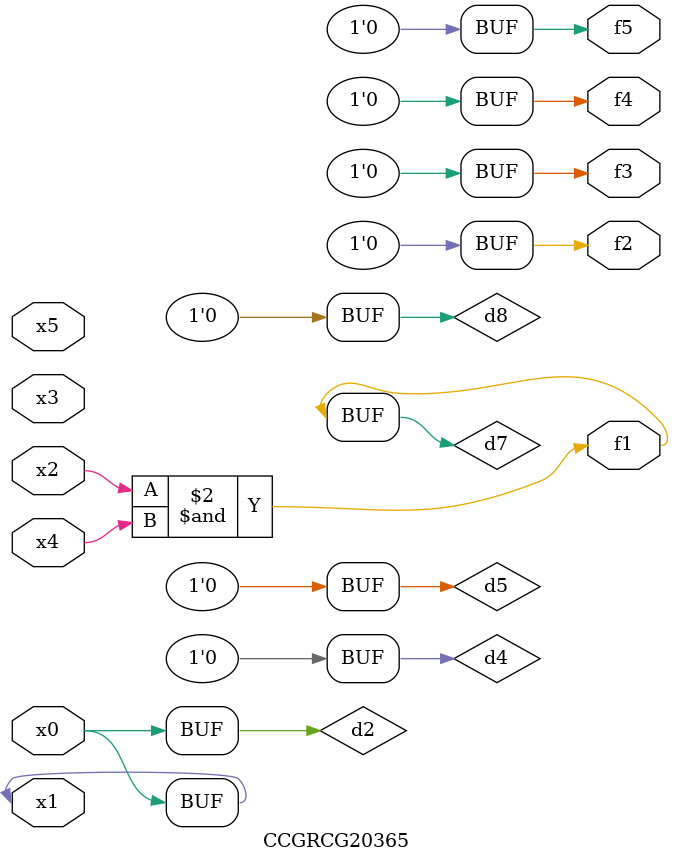
<source format=v>
module CCGRCG20365(
	input x0, x1, x2, x3, x4, x5,
	output f1, f2, f3, f4, f5
);

	wire d1, d2, d3, d4, d5, d6, d7, d8, d9;

	nand (d1, x1);
	buf (d2, x0, x1);
	nand (d3, x2, x4);
	and (d4, d1, d2);
	and (d5, d1, d2);
	nand (d6, d1, d3);
	not (d7, d3);
	xor (d8, d5);
	nor (d9, d5, d6);
	assign f1 = d7;
	assign f2 = d8;
	assign f3 = d8;
	assign f4 = d8;
	assign f5 = d8;
endmodule

</source>
